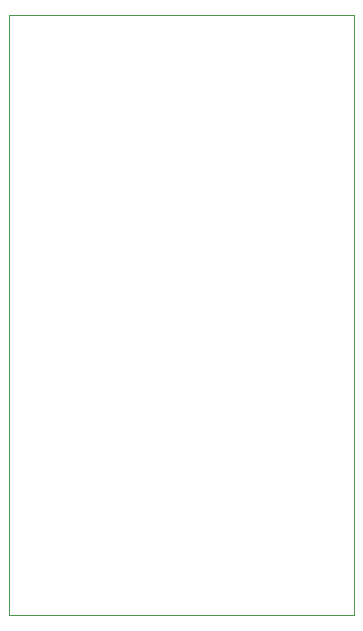
<source format=gko>
G04 (created by PCBNEW (2013-07-07 BZR 4022)-stable) date 5/14/2015 9:49:14 PM*
%MOIN*%
G04 Gerber Fmt 3.4, Leading zero omitted, Abs format*
%FSLAX34Y34*%
G01*
G70*
G90*
G04 APERTURE LIST*
%ADD10C,0.00590551*%
%ADD11C,0.00393701*%
G04 APERTURE END LIST*
G54D10*
G54D11*
X77500Y-53000D02*
X77500Y-52500D01*
X66000Y-53000D02*
X77500Y-53000D01*
X66000Y-52500D02*
X66000Y-53000D01*
X77500Y-33000D02*
X77500Y-52500D01*
X66000Y-33000D02*
X77500Y-33000D01*
X66000Y-52500D02*
X66000Y-33000D01*
M02*

</source>
